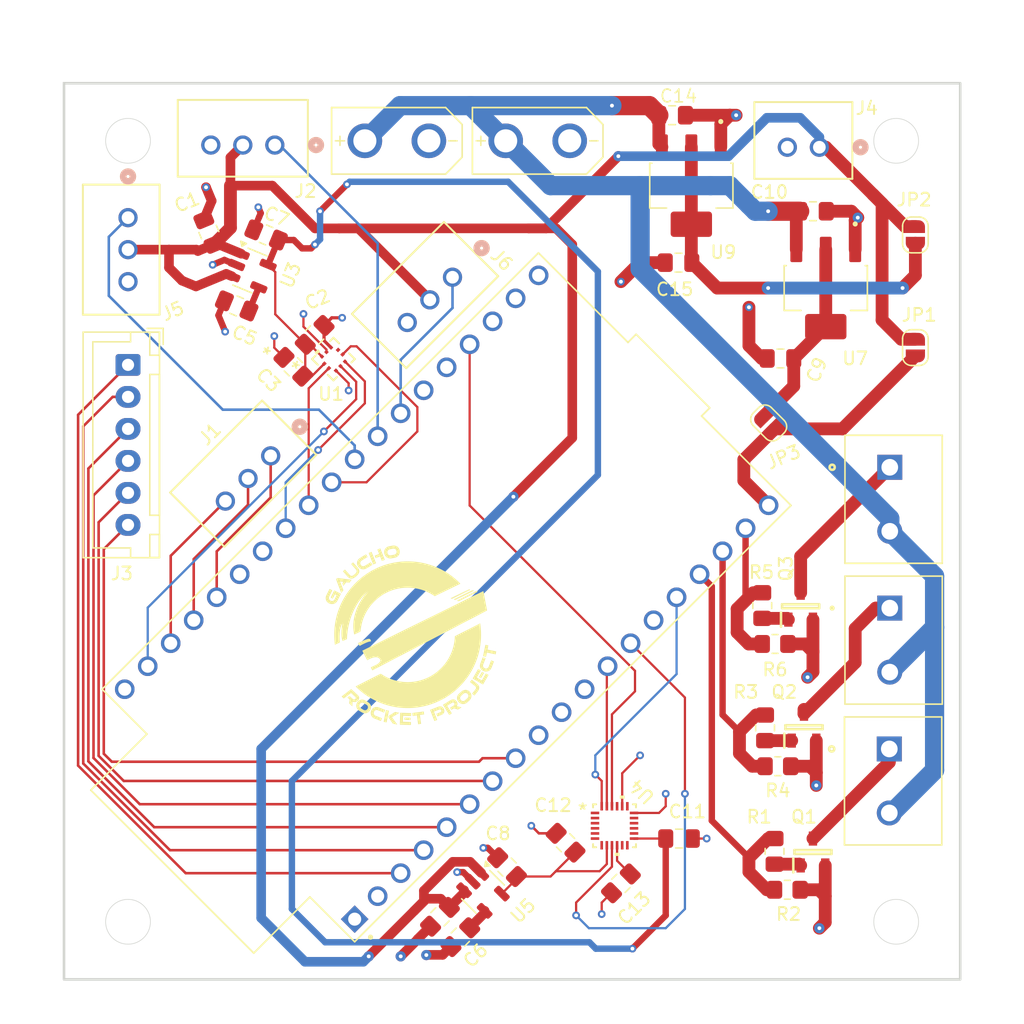
<source format=kicad_pcb>
(kicad_pcb (version 20241229) (generator "pcbnew") (generator_version "9.0")
  (title_block (title "Gaucho Rocket Project V2") (date "2025-04-15"))
  (layers (0 "F.Cu" power) (4 "In1.Cu" signal) (6 "In2.Cu" signal) (2 "B.Cu" mixed) (13 "F.Paste" user) (15 "B.Paste" user) (5 "F.SilkS" user "F.Silkscreen") (7 "B.SilkS" user "B.Silkscreen") (1 "F.Mask" user) (3 "B.Mask" user) (25 "Edge.Cuts" user))
  (net 0 "")
  (net 1 "GND")
  (net 2 "Net-(U4-REGOUT)")
  (net 3 "+5V_b")
  (net 4 "Net-(JP3-A)")
  (net 5 "PYRO_3")
  (net 6 "ICM_MOSI")
  (net 7 "+3.3V_b")
  (net 8 "+5V_a")
  (net 9 "+12V")
  (net 10 "Net-(JP2-A)")
  (net 14 "SERVO_3")
  (net 16 "SERVO_5")
  (net 17 "SERVO_1")
  (net 19 "SERVO_6")
  (net 20 "Net-(P1-Pad1)")
  (net 24 "Net-(P2-Pad1)")
  (net 25 "ICM_CLK")
  (net 26 "SERVO_7")
  (net 27 "SERVO_2")
  (net 28 "PYRO_2")
  (net 29 "+1.8V")
  (net 30 "ICM_MISO")
  (net 31 "BMP_CS")
  (net 32 "ICM_CS")
  (net 33 "PYRO_1")
  (net 34 "SERVO_4")
  (net 35 "BMP_MISO")
  (net 36 "BMP_CLK")
  (net 37 "BMP_MOSI")
  (net 51 "FSYNC")
  (net 52 "BMP_INT")
  (net 53 "ICM_INT")
  (net 54 "Net-(U3-BP)")
  (net 55 "Net-(U5-BP)")
  (net 56 "PYRO_4")
  (net 57 "PYRO_5")
  (net 58 "Net-(P3-Pad1)")
  (net 59 "Net-(Q1-Pad1)")
  (net 60 "Net-(Q2-Pad1)")
  (net 61 "Net-(Q3-Pad1)")
  (net 62 "PYRO_6")
  (net 63 "PYRO_7")
  (net 64 "PYRO_8")
  (footprint "Capacitors:C_0805_2012Metric_Pad1.18x1.45mm_HandSolder" (layer "F.Cu") (at 185.9625 88)
    (property "Reference" "C9")
    (property "Value" "100uF" (hide yes))
  )
  (footprint "B3B:CONN_B3B-XH-A_JST" (layer "F.Cu") (at 146.142393 95.606859 45)
    (property "Reference" "J1")
    (property "Value" "B3B-XH-A")
  )
  (footprint "Resistor:R_0805_2012Metric_Pad1.20x1.40mm_HandSolder" (layer "F.Cu") (at 186.5 129.5)
    (property "Reference" "R2")
    (property "Value" "470" (hide yes))
  )
  (footprint "Capacitors:C_0805_2012Metric_Pad1.18x1.45mm_HandSolder" (layer "F.Cu") (at 147.916091 88.649189 135)
    (property "Reference" "C3")
    (property "Value" "0.1uF")
  )
  (footprint "Resistor:R_0805_2012Metric_Pad1.20x1.40mm_HandSolder" (layer "F.Cu") (at 184.76 116.850001 90)
    (property "Reference" "R3")
    (property "Value" "1k" (hide yes))
  )
  (footprint "LD1117S50CTRlib:LD1117S50CTR" (layer "F.Cu") (at 189.5 82.5 -90)
    (property "Reference" "U7")
    (property "Value" "LD1117S50CTR" (hide yes))
  )
  (footprint "Jumper:SolderJumper-2_P1.3mm_Open_RoundedPad1.0x1.5mm" (layer "F.Cu") (at 185.040381 93.040381 -45)
    (property "Reference" "JP3")
    (property "Value" "Jumper_2_Open" (hide yes))
  )
  (footprint "Package_TO_SOT_SMD:SOT-23-5" (layer "F.Cu") (at 162.723915 129.667417 -45)
    (property "Reference" "U5")
    (property "Value" "TPS79318-EP" (hide yes))
  )
  (footprint "Capacitors:C_0805_2012Metric_Pad1.18x1.45mm_HandSolder" (layer "F.Cu") (at 177.5 69 180)
    (property "Reference" "C14")
    (property "Value" "10uF" (hide yes))
  )
  (footprint "Capacitors:C_0805_2012Metric_Pad1.18x1.45mm_HandSolder" (layer "F.Cu") (at 177.999999 80.514999)
    (property "Reference" "C15")
    (property "Value" "100uF" (hide yes))
  )
  (footprint "Capacitors:C_0805_2012Metric_Pad1.18x1.45mm_HandSolder" (layer "F.Cu") (at 143.487869 83.89514 -22.5)
    (property "Reference" "C5")
    (property "Value" "0.1uF" (hide yes))
  )
  (footprint "ScrewTerminal:CUI_TB002-500-02BE" (layer "F.Cu") (at 194.5 107.5 -90)
    (property "Reference" "P2" (hide yes))
    (property "Value" "282837-2" (hide yes))
  )
  (footprint "Capacitors:C_0805_2012Metric_Pad1.18x1.45mm_HandSolder" (layer "F.Cu") (at 160.956148 133.202948 45)
    (property "Reference" "C6")
    (property "Value" "0.1uF" (hide yes))
  )
  (footprint "Jumper:SolderJumper-2_P1.3mm_Open_RoundedPad1.0x1.5mm" (layer "F.Cu") (at 196.500001 78.349999 90)
    (property "Reference" "JP2")
    (property "Value" "Jumper_2_Open" (hide yes))
  )
  (footprint "Capacitors:C_0805_2012Metric_Pad1.18x1.45mm_HandSolder" (layer "F.Cu") (at 188.5 76.5 180)
    (property "Reference" "C10")
    (property "Value" "10uF" (hide yes))
  )
  (footprint "XTConnectors:XT30UPB-M" (layer "F.Cu") (at 167 71)
    (property "Reference" "U10" (hide yes))
    (property "Value" "XT30UPB-M" (hide yes))
  )
  (footprint "Capacitors:C_0805_2012Metric_Pad1.18x1.45mm_HandSolder" (layer "F.Cu") (at 159.365157 131.611957 45)
    (property "Reference" "C4" (hide yes))
    (property "Value" "0.1uF" (hide yes))
  )
  (footprint "Resistor:R_0805_2012Metric_Pad1.20x1.40mm_HandSolder" (layer "F.Cu") (at 185.5 126.5 90)
    (property "Reference" "R1")
    (property "Value" "1k" (hide yes))
  )
  (footprint "ScrewTerminal:CUI_TB002-500-02BE" (layer "F.Cu") (at 194.5 96.5 -90)
    (property "Reference" "P3" (hide yes))
    (property "Value" "282837-2" (hide yes))
  )
  (footprint "footprints:QFN10_BMP581_BOS" (layer "F.Cu") (at 151.046594 88.046594 45)
    (property "Reference" "U1")
    (property "Value" "BMP581" (hide yes))
  )
  (footprint "B2B-XH-A:CONN_B2B-XH-A_JST" (layer "F.Cu") (at 189 71.5)
    (property "Reference" "J4")
    (property "Value" "B2B-XH-A" (hide yes))
  )
  (footprint "Capacitors:C_0805_2012Metric_Pad1.18x1.45mm_HandSolder" (layer "F.Cu") (at 164.606585 127.731712 -45)
    (property "Reference" "C8")
    (property "Value" "10uF")
  )
  (footprint "Capacitors:C_0805_2012Metric_Pad1.18x1.45mm_HandSolder" (layer "F.Cu") (at 169.175001 125.825001 135)
    (property "Reference" "C12")
    (property "Value" "0.1uF" (hide yes))
  )
  (footprint "FETS:SOT96P240X100-3N" (layer "F.Cu") (at 188.5 126.55 90)
    (property "Reference" "Q1")
    (property "Value" "DMN3023L-7" (hide yes))
    (property "VALUE" "DMN3023L-7" (hide yes))
  )
  (footprint "LD1117S50CTRlib:LD1117S50CTR" (layer "F.Cu") (at 179 74.5 -90)
    (property "Reference" "U9")
    (property "Value" "LD1117S50CTR" (hide yes))
  )
  (footprint "Resistor:R_0805_2012Metric_Pad1.20x1.40mm_HandSolder" (layer "F.Cu") (at 184.54 107.299999 90)
    (property "Reference" "R5")
    (property "Value" "1k" (hide yes))
  )
  (footprint "B3B:CONN_B3B-XH-A_JST" (layer "F.Cu") (at 135 77 90)
    (property "Reference" "J5")
    (property "Value" "B3B-XH-A" (hide yes))
  )
  (footprint "Package_TO_SOT_SMD:SOT-23-5" (layer "F.Cu") (at 144.5244 81.131429 -22.5)
    (property "Reference" "U3")
    (property "Value" "TPS79333-EP" (hide yes))
  )
  (footprint "FETS:SOT96P240X100-3N" (layer "F.Cu") (at 187.8 116.8 90)
    (property "Reference" "Q2")
    (property "Value" "DMN3023L-7" (hide yes))
    (property "VALUE" "DMN3023L-7" (hide yes))
  )
  (footprint "Capacitors:C_0805_2012Metric_Pad1.18x1.45mm_HandSolder" (layer "F.Cu") (at 149.577792 86.156638 45)
    (property "Reference" "C2")
    (property "Value" "0.1uF" (hide yes))
  )
  (footprint "Capacitors:C_0805_2012Metric_Pad1.18x1.45mm_HandSolder" (layer "F.Cu") (at 178.037501 125.5)
    (property "Reference" "C11")
    (property "Value" "0.1uF" (hide yes))
  )
  (footprint "esp32wroom:MODULE_DEVKIT_V1_ESP32-WROOM-32" (layer "F.Cu") (at 159.881083 106.658405 135)
    (property "Reference" "U2" (hide yes))
    (property "Value" "DEVKIT_V1_ESP32-WROOM-32" (hide yes))
  )
  (footprint "Resistor:R_0805_2012Metric_Pad1.20x1.40mm_HandSolder" (layer "F.Cu") (at 185.54 110.299999)
    (property "Reference" "R6")
    (property "Value" "470" (hide yes))
  )
  (footprint "ICM-20948:QFN24_3X3X0P9_IVS" (layer "F.Cu") (at 173 124.5)
    (property "Reference" "U4")
    (property "Value" "ICM-20948" (hide yes))
  )
  (footprint "Capacitors:C_0805_2012Metric_Pad1.18x1.45mm_HandSolder" (layer "F.Cu") (at 141.318104 78.125627 -67.5)
    (property "Reference" "C1")
    (property "Value" "0.1uF" (hide yes))
  )
  (footprint "FETS:SOT96P240X100-3N" (layer "F.Cu") (at 187.54 107.349999 90)
    (property "Reference" "Q3")
    (property "Value" "DMN3023L-7" (hide yes))
    (property "VALUE" "DMN3023L-7" (hide yes))
  )
  (footprint "B3B:CONN_B3B-XH-A_JST" (layer "F.Cu") (at 146.4666 71.329801)
    (property "Reference" "J2")
    (property "Value" "B3B-XH-A" (hide yes))
  )
  (footprint "Connector_JST:JST_XH_B6B-XH-A_1x06_P2.50mm_Vertical" (layer "F.Cu") (at 135 88.5 -90)
    (property "Reference" "J3")
    (property "Value" "B6B-XH-A" (hide yes))
  )
  (footprint "Capacitors:C_0805_2012Metric_Pad1.18x1.45mm_HandSolder" (layer "F.Cu") (at 145.783972 78.351862 -22.5)
    (property "Reference" "C7")
    (property "Value" "10uF" (hide yes))
  )
  (footprint "Jumper:SolderJumper-2_P1.3mm_Open_RoundedPad1.0x1.5mm" (layer "F.Cu") (at 196.500001 87.150001 -90)
    (property "Reference" "JP1")
    (property "Value" "Jumper_2_Open" (hide yes))
  )
  (footprint "ScrewTerminal:CUI_TB002-500-02BE" (layer "F.Cu") (at 194.4625 118.5 -90)
    (property "Reference" "P1" (hide yes))
    (property "Value" "282837-2" (hide yes))
  )
  (footprint "GRPImages:GRPLogo" (layer "F.Cu") (at 157.1 110.3)
    (property "Reference" "G***" (hide yes))
    (property "Value" "LOGO" (hide yes))
  )
  (footprint "Resistor:R_0805_2012Metric_Pad1.20x1.40mm_HandSolder" (layer "F.Cu") (at 185.76 119.850001)
    (property "Reference" "R4")
    (property "Value" "470" (hide yes))
  )
  (footprint "Capacitors:C_0805_2012Metric_Pad1.18x1.45mm_HandSolder" (layer "F.Cu") (at 173.500001 129 -135)
    (property "Reference" "C13")
    (property "Value" "0.1uF" (hide yes))
  )
  (footprint "XTConnectors:XT30UPB-M" (layer "F.Cu") (at 156 71)
    (property "Reference" "U8" (hide yes))
    (property "Value" "XT30UPB-M" (hide yes))
  )
  (footprint "NewJST:CONN_B3B-XH-A_JST" (layer "F.Cu") (at 160.345222 81.654028 45)
    (property "Reference" "J6")
    (property "Value" "B3B-XH-A")
  )
  (gr_circle (center 195 132) (end 196.75 132) (stroke (width 0.05)) (fill no) (layer "Edge.Cuts"))
  (gr_rect (start 130 66.5) (end 200 136.5) (stroke (width 0.2)) (fill no) (layer "Edge.Cuts"))
  (gr_circle (center 195 71) (end 196.75 71) (stroke (width 0.05)) (fill no) (layer "Edge.Cuts"))
  (gr_circle (center 135 132) (end 136.75 132) (stroke (width 0.05)) (fill no) (layer "Edge.Cuts"))
  (gr_circle (center 135 71) (end 136.75 71) (stroke (width 0.05)) (fill no) (layer "Edge.Cuts"))
  (segment (start 188.5 112.48) (end 188.08 112.9) (width 1) (layer "F.Cu") (net 1))
  (segment (start 152.231775 90.5) (end 152.231775 90.609079) (width 0.175) (layer "F.Cu") (net 1))
  (segment (start 158.3 134.6) (end 158.314818 134.585182) (width 0.75) (layer "F.Cu") (net 1))
  (segment (start 167.091378 125.091377) (end 166.500001 124.500001) (width 0.2) (layer "F.Cu") (net 1))
  (segment (start 191.800001 77.199999) (end 192 77) (width 1) (layer "F.Cu") (net 1))
  (segment (start 142.06056 84.629857) (end 142.529349 83.498105) (width 0.5) (layer "F.Cu") (net 1))
  (segment (start 191.800001 79.484998) (end 191.800001 77.199999) (width 1) (layer "F.Cu") (net 1))
  (segment (start 189.46 130) (end 189.46 132.04) (width 1) (layer "F.Cu") (net 1))
  (segment (start 178.5375 69) (end 182 69) (width 1) (layer "F.Cu") (net 1))
  (segment (start 145.366644 76.648263) (end 145.175302 76.186325) (width 0.5) (layer "F.Cu") (net 1))
  (segment (start 157.623916 133.376084) (end 157.623916 133.353204) (width 0.75) (layer "F.Cu") (net 1))
  (segment (start 188.76 117.850001) (end 188.76 120.350001) (width 1) (layer "F.Cu") (net 1))
  (segment (start 181.300001 69.699999) (end 182 69) (width 1) (layer "F.Cu") (net 1))
  (segment (start 188.5 110.9) (end 188.5 112.48) (width 1) (layer "F.Cu") (net 1))
  (segment (start 150.853552 87.146447) (end 150.311415 86.60431) (width 0.25) (layer "F.Cu") (net 1))
  (segment (start 141.094532 74.629459) (end 141.091546 74.622249) (width 0.75) (layer "F.Cu") (net 1))
  (segment (start 151.239635 88.946741) (end 152.231775 89.93888) (width 0.175) (layer "F.Cu") (net 1))
  (segment (start 172.766378 129.733622) (end 172.000001 130.5) (width 0.175) (layer "F.Cu") (net 1))
  (segment (start 148.702748 84.521454) (end 148.702748 85.511403) (width 0.175) (layer "F.Cu") (net 1))
  (segment (start 184.5 88) (end 184.925 88) (width 1) (layer "F.Cu") (net 1))
  (segment (start 172.000001 131.400001) (end 172.000001 131.5) (width 0.175) (layer "F.Cu") (net 1))
  (segment (start 158.314818 134.585182) (end 159.573915 134.585182) (width 0.75) (layer "F.Cu") (net 1))
  (segment (start 181.300001 71.484998) (end 181.300001 69.699999) (width 1) (layer "F.Cu") (net 1))
  (segment (start 142.588226 85.903759) (end 142.06056 84.629857) (width 0.5) (layer "F.Cu") (net 1))
  (segment (start 173.599999 122.976) (end 173.599999 120.400001) (width 0.175) (layer "F.Cu") (net 1))
  (segment (start 147.182467 87.915567) (end 146.424374 87.157469) (width 0.175) (layer "F.Cu") (net 1))
  (segment (start 188.5 108.4) (end 188.5 110.9) (width 1) (layer "F.Cu") (net 1))
  (segment (start 163.872962 126.998088) (end 163.104164 126.229292) (width 0.5) (layer "F.Cu") (net 1))
  (segment (start 176.475002 123.5) (end 177 122.975002) (width 0.175) (layer "F.Cu") (net 1))
  (segment (start 186.54 110.299999) (end 187.899999 110.299999) (width 1) (layer "F.Cu") (net 1))
  (segment (start 163.104164 126.229292) (end 162.747829 126.22929) (width 0.5) (layer "F.Cu") (net 1))
  (segment (start 182 69) (end 182.5 69) (width 1) (layer "F.Cu") (net 1))
  (segment (start 175.514999 80.514999) (end 174.985001 80.514999) (width 1) (layer "F.Cu") (net 1))
  (segment (start 150.912456 84.821974) (end 151.725629 84.821974) (width 0.25) (layer "F.Cu") (net 1))
  (segment (start 159.573915 134.585182) (end 160.222524 133.936573) (width 0.75) (layer "F.Cu") (net 1))
  (segment (start 189.46 132.04) (end 189 132.5) (width 1) (layer "F.Cu") (net 1))
  (segment (start 188.76 120.350001) (end 188.76 121.350001) (width 1) (layer "F.Cu") (net 1))
  (segment (start 150.499999 87.308655) (end 150.499999 87.5) (width 0.175) (layer "F.Cu") (net 1))
  (segment (start 140.921071 77.167103) (end 141.533366 75.688895) (width 0.75) (layer "F.Cu") (net 1))
  (segment (start 150.311415 86.60431) (end 150.311415 85.423015) (width 0.25) (layer "F.Cu") (net 1))
  (segment (start 183.5 84) (end 183.5 87) (width 1) (layer "F.Cu") (net 1))
  (segment (start 160.706499 128.122601) (end 161.179102 128.122601) (width 0.5) (layer "F.Cu") (net 1))
  (segment (start 157.623916 133.353204) (end 158.631535 132.345584) (width 0.75) (layer "F.Cu") (net 1))
  (segment (start 176.962499 80.514999) (end 175.514999 80.514999) (width 1) (layer "F.Cu") (net 1))
  (segment (start 142.526513 80.303874) (end 143.473487 80.696126) (width 0.5) (layer "F.Cu") (net 1))
  (segment (start 187.5 129.5) (end 188.96 129.5) (width 1) (layer "F.Cu") (net 1))
  (segment (start 188.26 119.850001) (end 188.76 120.350001) (width 1) (layer "F.Cu") (net 1))
  (segment (start 186.76 119.850001) (end 188.26 119.850001) (width 1) (layer "F.Cu") (net 1))
  (segment (start 173.599999 120.400001) (end 175 119) (width 0.175) (layer "F.Cu") (net 1))
  (segment (start 141.611915 80.682712) (end 142.526513 80.303874) (width 0.5) (layer "F.Cu") (net 1))
  (segment (start 144.825449 77.954825) (end 145.236829 76.961655) (width 0.5) (layer "F.Cu") (net 1))
  (segment (start 179.075001 125.5) (end 180.200001 125.5) (width 0.175) (layer "F.Cu") (net 1))
  (segment (start 141.533366 75.688895) (end 141.094532 74.629459) (width 0.75) (layer "F.Cu") (net 1))
  (segment (start 188.96 129.5) (end 189.46 130) (width 1) (layer "F.Cu") (net 1))
  (segment (start 183.5 87) (end 184.5 88) (width 1) (layer "F.Cu") (net 1))
  (segment (start 148.702748 85.511403) (end 150.499999 87.308655) (width 0.175) (layer "F.Cu") (net 1))
  (segment (start 152.231775 89.93888) (end 152.231775 90.5) (width 0.175) (layer "F.Cu") (net 1))
  (segment (start 156.3 134.7) (end 157.623916 133.376084) (width 0.75) (layer "F.Cu") (net 1))
  (segment (start 145.236829 76.961655) (end 145.366644 76.648263) (width 0.5) (layer "F.Cu") (net 1))
  (segment (start 172.000001 130.5) (end 172.000001 131.400001) (width 0.175) (layer "F.Cu") (net 1))
  (segment (start 191.5 76.5) (end 192 77) (width 1) (layer "F.Cu") (net 1))
  (segment (start 146.424374 87.157469) (end 146.424375 86.251819) (width 0.175) (layer "F.Cu") (net 1))
  (segment (start 168.441378 125.091377) (end 167.091378 125.091377) (width 0.2) (layer "F.Cu") (net 1))
  (segment (start 161.179102 128.122601) (end 161.919581 128.86308) (width 0.5) (layer "F.Cu") (net 1))
  (segment (start 176.475002 123.5) (end 174.524001 123.5) (width 0.175) (layer "F.Cu") (net 1))
  (segment (start 189.46 127.600001) (end 189.46 130) (width 1) (layer "F.Cu") (net 1))
  (segment (start 177 122.975002) (end 177 122) (width 0.175) (layer "F.Cu") (net 1))
  (segment (start 174.985001 80.514999) (end 173.5 82) (width 1) (layer "F.Cu") (net 1))
  (segment (start 189.5375 76.5) (end 191.5 76.5) (width 1) (layer "F.Cu") (net 1))
  (segment (start 150.311415 85.423015) (end 150.912456 84.821974) (width 0.25) (layer "F.Cu") (net 1))
  (segment (start 187.899999 110.299999) (end 188.5 110.9) (width 1) (layer "F.Cu") (net 1))
  (via (at 145.175302 76.186325) (size 0.6) (drill 0.3) (layers "F.Cu" "B.Cu") (net 1))
  (via (at 189 132.5) (size 0.8) (drill 0.3) (layers "F.Cu" "B.Cu") (net 1))
  (via (at 152.231775 90.5) (size 0.6) (drill 0.3) (layers "F.Cu" "B.Cu") (net 1))
  (via (at 188.08 112.9) (size 0.8) (drill 0.3) (layers "F.Cu" "B.Cu") (net 1))
  (via (at 162.747829 126.22929) (size 0.6) (drill 0.3) (layers "F.Cu" "B.Cu") (net 1))
  (via (at 146.424375 86.251819) (size 0.6) (drill 0.3) (layers "F.Cu" "B.Cu") (net 1))
  (via (at 188.76 121.350001) (size 0.8) (drill 0.3) (layers "F.Cu" "B.Cu") (net 1))
  (via (at 180.200001 125.5) (size 0.6) (drill 0.3) (layers "F.Cu" "B.Cu") (net 1))
  (via (at 141.611915 80.682712) (size 0.6) (drill 0.3) (layers "F.Cu" "B.Cu") (net 1))
  (via (at 160.706499 128.122601) (size 0.6) (drill 0.3) (layers "F.Cu" "B.Cu") (net 1))
  (via (at 151.725629 84.821974) (size 0.6) (drill 0.3) (layers "F.Cu" "B.Cu") (net 1))
  (via (at 142.588226 85.903759) (size 0.6) (drill 0.3) (layers "F.Cu" "B.Cu") (net 1))
  (via (at 177 122) (size 0.6) (drill 0.3) (layers "F.Cu" "B.Cu") (net 1))
  (via (at 183.5 84) (size 0.6) (drill 0.3) (layers "F.Cu" "B.Cu") (net 1))
  (via (at 158.3 134.6) (size 0.8) (drill 0.3) (layers "F.Cu" "B.Cu") (net 1))
  (via (at 172.000001 131.400001) (size 0.6) (drill 0.3) (layers "F.Cu" "B.Cu") (net 1))
  (via (at 182.5 69) (size 0.8) (drill 0.3) (layers "F.Cu" "B.Cu") (net 1))
  (via (at 173.5 82) (size 0.6) (drill 0.3) (layers "F.Cu" "B.Cu") (net 1))
  (via (at 175 119) (size 0.6) (drill 0.3) (layers "F.Cu" "B.Cu") (net 1))
  (via (at 148.702748 84.521454) (size 0.6) (drill 0.3) (layers "F.Cu" "B.Cu") (net 1))
  (via (at 192 77) (size 0.8) (drill 0.3) (layers "F.Cu" "B.Cu") (net 1))
  (via (at 166.500001 124.500001) (size 0.6) (drill 0.3) (layers "F.Cu" "B.Cu") (net 1))
  (via (at 156.3 134.7) (size 0.8) (drill 0.3) (layers "F.Cu" "B.Cu") (net 1))
  (via (at 141.094532 74.629459) (size 0.6) (drill 0.3) (layers "F.Cu" "B.Cu") (net 1))
  (segment (start 173.200001 127.232754) (end 174.233624 128.266377) (width 0.175) (layer "F.Cu") (net 2))
  (segment (start 173.200001 126.024) (end 173.200001 127.232754) (width 0.175) (layer "F.Cu") (net 2))
  (segment (start 158.3 130.2) (end 159.420446 130.2) (width 0.75) (layer "F.Cu") (net 3))
  (segment (start 139.216039 81.920034) (end 140.306216 82.3716) (width 0.75) (layer "F.Cu") (net 3))
  (segment (start 140.306216 82.3716) (end 142.671091 81.392033) (width 0.75) (layer "F.Cu") (net 3))
  (segment (start 189.5 71.5) (end 189 71.5) (width 1) (layer "F.Cu") (net 3))
  (segment (start 143.10994 81.573807) (end 142.671091 81.392033) (width 0.75) (layer "F.Cu") (net 3))
  (segment (start 195.4 86.5) (end 193.9 85) (width 1) (layer "F.Cu") (net 3))
  (segment (start 141.889724 79.011835) (end 143.837033 79.818439) (width 0.75) (layer "F.Cu") (net 3))
  (segment (start 143 74.5) (end 143 72.296401) (width 0.75) (layer "F.Cu") (net 3))
  (segment (start 141.715138 79.084152) (end 143 77.79929) (width 1) (layer "F.Cu") (net 3))
  (segment (start 140.452506 79.607154) (end 140.345352 79.5) (width 0.75) (layer "F.Cu") (net 3))
  (segment (start 143 77.79929) (end 143 74.5) (width 1) (layer "F.Cu") (net 3))
  (segment (start 196.5 86.5) (end 195.4 86.5) (width 1) (layer "F.Cu") (net 3))
  (segment (start 167.661875 77.838125) (end 166.3 77.838125) (width 0.75) (layer "F.Cu") (net 3))
  (segment (start 138.2 79.5) (end 135 79.5) (width 0.75) (layer "F.Cu") (net 3))
  (segment (start 193.9 75.9) (end 193.2 75.2) (width 1) (layer "F.Cu") (net 3))
  (segment (start 151.5 77.838125) (end 152.993785 77.838125) (width 0.75) (layer "F.Cu") (net 3))
  (segment (start 193.9 85) (end 193.9 75.9) (width 1) (layer "F.Cu") (net 3))
  (segment (start 161.247829 129.72929) (end 161.247831 129.534834) (width 0.75) (layer "F.Cu") (net 3))
  (segment (start 143 74.5) (end 146.267767 74.5) (width 0.75) (layer "F.Cu") (net 3))
  (segment (start 196.500002 77.699998) (end 195.699998 77.699998) (width 1) (layer "F.Cu") (net 3))
  (segment (start 138.2 80.903995) (end 139.216039 81.920034) (width 0.75) (layer "F.Cu") (net 3))
  (segment (start 158.111357 130.388643) (end 158.111357 129.577886) (width 0.75) (layer "F.Cu") (net 3))
  (segment (start 161.716601 127.316601) (end 162.591332 128.191332) (width 0.75) (layer "F.Cu") (net 3))
  (segment (start 160.372642 127.316601) (end 161.716601 127.316601) (width 0.75) (layer "F.Cu") (net 3))
  (segment (start 168.438125 77.838125) (end 169.7 79.1) (width 0.75) (layer "F.Cu") (net 3))
  (segment (start 193.2 75.2) (end 189.5 71.5) (width 1) (layer "F.Cu") (net 3))
  (segment (start 169.7 94.2) (end 165.1 98.8) (width 0.75) (layer "F.Cu") (net 3))
  (segment (start 138.2 79.5) (end 138.2 80.903995) (width 0.75) (layer "F.Cu") (net 3))
  (segment (start 158.111357 129.577886) (end 160.372642 127.316601) (width 0.75) (layer "F.Cu") (net 3))
  (segment (start 169.7 79.1) (end 169.7 94.2) (width 0.75) (layer "F.Cu") (net 3))
  (segment (start 159.420446 130.2) (end 160.09878 130.878334) (width 0.75) (layer "F.Cu") (net 3))
  (segment (start 140.345352 79.5) (end 138.2 79.5) (width 0.75) (layer "F.Cu") (net 3))
  (segment (start 160.098782 130.878336) (end 161.247829 129.72929) (width 0.75) (layer "F.Cu") (net 3))
  (segment (start 149.605892 77.838125) (end 151.5 77.838125) (width 0.75) (layer "F.Cu") (net 3))
  (segment (start 173.3 72.2) (end 167.661875 77.838125) (width 0.75) (layer "F.Cu") (net 3))
  (segment (start 153.8 134.7) (end 157.35 131.15) (width 0.75) (layer "F.Cu") (net 3))
  (segment (start 157.35 131.15) (end 158.3 130.2) (width 0.75) (layer "F.Cu") (net 3))
  (segment (start 143 72.296401) (end 143.9666 71.329801) (width 0.75) (layer "F.Cu") (net 3))
  (segment (start 195.699998 77.699998) (end 193.2 75.2) (width 1) (layer "F.Cu") (net 3))
  (segment (start 151.5 77.838125) (end 166.3 77.838125) (width 0.75) (layer "F.Cu") (net 3))
  (segment (start 166.3 77.838125) (end 168.438125 77.838125) (width 0.75) (layer "F.Cu") (net 3))
  (segment (start 146.267767 74.5) (end 149.605892 77.838125) (width 0.75) (layer "F.Cu") (net 3))
  (segment (start 152.993785 77.838125) (end 158.577455 83.421795) (width 0.75) (layer "F.Cu") (net 3))
  (segment (start 157.35 131.15) (end 158.111357 130.388643) (width 0.75) (layer "F.Cu") (net 3))
  (segment (start 140.452506 79.607154) (end 141.889724 79.011835) (width 0.75) (layer "F.Cu") (net 3))
  (via (at 153.8 134.7) (size 0.8) (drill 0.3) (layers "F.Cu" "B.Cu") (net 3))
  (via (at 165.1 98.8) (size 0.8) (drill 0.3) (layers "F.Cu" "B.Cu") (net 3))
  (via (at 173.3 72.2) (size 0.8) (drill 0.3) (layers "F.Cu" "B.Cu") (net 3))
  (segment (start 184.9 69.2) (end 187.5 69.2) (width 0.75) (layer "B.Cu") (net 3))
  (segment (start 145.4 131.7) (end 145.4 118.5) (width 0.75) (layer "B.Cu") (net 3))
  (segment (start 148.824 135.124) (end 145.4 131.7) (width 0.75) (layer "B.Cu") (net 3))
  (segment (start 181.9 72.2) (end 184.9 69.2) (width 0.75) (layer "B.Cu") (net 3))
  (segment (start 145.4 118.5) (end 165.1 98.8) (width 0.75) (layer "B.Cu") (net 3))
  (segment (start 187.5 69.2) (end 189 70.7) (width 0.75) (layer "B.Cu") (net 3))
  (segment (start 153.8 134.7) (end 153.376 135.124) (width 0.75) (layer "B.Cu") (net 3))
  (segment (start 153.376 135.124) (end 148.824 135.124) (width 0.75) (layer "B.Cu") (net 3))
  (segment (start 173.3 72.2) (end 181.9 72.2) (width 0.75) (layer "B.Cu") (net 3))
  (segment (start 189 70.7) (end 189 71.5) (width 0.75) (layer "B.Cu") (net 3))
  (segment (start 184.580762 92.580762) (end 187 90.161524) (width 1) (layer "F.Cu") (net 4))
  (segment (start 187.015 88) (end 189.5 85.515) (width 1) (layer "F.Cu") (net 4))
  (segment (start 187 90.161524) (end 187 88) (width 1) (layer "F.Cu") (net 4))
  (segment (start 187 88) (end 187.015 88) (width 1) (layer "F.Cu") (net 4))
  (segment (start 189.5 85.515) (end 189.5 79.485) (width 1) (layer "F.Cu") (net 4))
  (segment (start 138.335539 103.413713) (end 142.606859 99.142393) (width 0.2) (layer "F.Cu") (net 5))
  (segment (start 138.335539 110.243436) (end 138.335539 103.413713) (width 0.2) (layer "F.Cu") (net 5))
  (segment (start 171.999999 122.976) (end 171.999999 120.999999) (width 0.175) (layer "F.Cu") (net 6))
  (segment (start 171.999999 120.999999) (end 171.5 120.5) (width 0.175) (layer "F.Cu") (net 6))
  (via (at 171.5 120.5) (size 0.6) (drill 0.3) (layers "F.Cu" "B.Cu") (net 6))
  (segment (start 171.5 119) (end 177.848666 112.651334) (width 0.175) (layer "B.Cu") (net 6))
  (segment (start 177.848666 112.651334) (end 177.848666 106.651334) (width 0.175) (layer "B.Cu") (net 6))
  (segment (start 171.5 120.5) (end 171.5 119) (width 0.175) (layer "B.Cu") (net 6))
  (segment (start 148.596681 86.890261) (end 148.844169 86.890261) (width 0.5) (layer "F.Cu") (net 7))
  (segment (start 150.332203 88.407431) (end 149.356821 89.382813) (width 0.175) (layer "F.Cu") (net 7))
  (segment (start 174.524002 125.5) (end 174.524001 125.500002) (width 0.175) (layer "F.Cu") (net 7))
  (segment (start 148.6 79.4) (end 149.3 79.4) (width 0.5) (layer "F.Cu") (net 7))
  (segment (start 148.649715 89.453523) (end 148.649715 89.382813) (width 0.5) (layer "F.Cu") (net 7))
  (segment (start 174.4 134.1) (end 177.000001 131.499999) (width 0.5) (layer "F.Cu") (net 7))
  (segment (start 177.000001 131.499999) (end 177.000001 125.5) (width 0.5) (layer "F.Cu") (net 7))
  (segment (start 146.5 81.250183) (end 145.938863 80.689046) (width 0.175) (layer "F.Cu") (net 7))
  (segment (start 146.742497 78.748894) (end 145.938862 80.689043) (width 0.5) (layer "F.Cu") (net 7))
  (segment (start 149.3 79.4) (end 149.6 79.1) (width 0.5) (layer "F.Cu") (net 7))
  (segment (start 147.948896 78.748896) (end 148.6 79.4) (width 0.5) (layer "F.Cu") (net 7))
  (segment (start 148.649715 89.382813) (end 148.844169 89.188358) (width 0.175) (layer "F.Cu") (net 7))
  (segment (start 149.183156 86.890261) (end 148.844169 86.890261) (width 0.175) (layer "F.Cu") (net 7))
  (segment (start 146.742497 78.748896) (end 147.948896 78.748896) (width 0.5) (layer "F.Cu") (net 7))
  (segment (start 148.844169 89.188358) (end 148.844169 86.890261) (width 0.175) (layer "F.Cu") (net 7))
  (segment (start 152.1 74.4) (end 150 76.5) (width 0.5) (layer "F.Cu") (net 7))
  (segment (start 146.5 84.546092) (end 146.5 81.250183) (width 0.175) (layer "F.Cu") (net 7))
  (segment (start 149.356821 89.382813) (end 148.649715 89.382813) (width 0.175) (layer "F.Cu") (net 7))
  (segment (start 148.844169 86.890261) (end 146.5 84.546092) (width 0.175) (layer "F.Cu") (net 7))
  (segment (start 150.146447 87.853552) (end 149.183156 86.890261) (width 0.175) (layer "F.Cu") (net 7))
  (segment (start 177.000001 125.499999) (end 174.524002 125.5) (width 0.175) (layer "F.Cu") (net 7))
  (via (at 152.1 74.4) (size 0.6) (drill 0.3) (layers "F.Cu" "B.Cu") (net 7))
  (via (at 174.4 134.1) (size 0.6) (drill 0.3) (layers "F.Cu" "B.Cu") (net 7))
  (via (at 150 76.5) (size 0.6) (drill 0.3) (layers "F.Cu" "B.Cu") (net 7))
  (via (at 149.6 79.1) (size 0.6) (drill 0.3) (layers "F.Cu" "B.Cu") (net 7))
  (segment (start 152.1 74.4) (end 152.3 74.2) (width 0.5) (layer "B.Cu") (net 7))
  (segment (start 149.6 79.1) (end 150 78.7) (width 0.5) (layer "B.Cu") (net 7))
  (segment (start 152.3 74.2) (end 164.691364 74.2) (width 0.5) (layer "B.Cu") (net 7))
  (segment (start 147.8 131) (end 150.4 133.6) (width 0.5) (layer "B.Cu") (net 7))
  (segment (start 171.537925 134.1) (end 174.4 134.1) (width 0.5) (layer "B.Cu") (net 7))
  (segment (start 150 78.7) (end 150 76.5) (width 0.5) (layer "B.Cu") (net 7))
  (segment (start 147.8 121) (end 147.8 131) (width 0.5) (layer "B.Cu") (net 7))
  (segment (start 171.701 81.209636) (end 171.701 97.099) (width 0.5) (layer "B.Cu") (net 7))
  (segment (start 150.4 133.6) (end 171.037925 133.6) (width 0.5) (layer "B.Cu") (net 7))
  (segment (start 164.691364 74.2) (end 171.701 81.209636) (width 0.5) (layer "B.Cu") (net 7))
  (segment (start 171.037925 133.6) (end 171.537925 134.1) (width 0.5) (layer "B.Cu") (net 7))
  (segment (start 171.701 97.099) (end 147.8 121) (width 0.5) (layer "B.Cu") (net 7))
  (segment (start 185.5 93.5) (end 183.1 95.9) (width 1) (layer "F.Cu") (net 8))
  (segment (start 183.1 97.534258) (end 185.032871 99.467129) (width 1) (layer "F.Cu") (net 8))
  (segment (start 190.800004 93.5) (end 185.5 93.5) (width 1) (layer "F.Cu") (net 8))
  (segment (start 196.500002 87.800002) (end 190.800004 93.5) (width 1) (layer "F.Cu") (net 8))
  (segment (start 183.1 95.9) (end 183.1 97.534258) (width 1) (layer "F.Cu") (net 8))
  (segment (start 176.4625 69) (end 176.4625 71.247499) (width 1) (layer "F.Cu") (net 9))
  (segment (start 172.8 68.251) (end 175.7135 68.251) (width 1.5) (layer "F.Cu") (net 9))
  (segment (start 175.7135 68.251) (end 176.4625 69) (width 1.5) (layer "F.Cu") (net 9))
  (segment (start 176.4625 71.247499) (end 176.700001 71.485) (width 1) (layer "F.Cu") (net 9))
  (segment (start 185 76.5) (end 187.4625 76.5) (width 1.5) (layer "F.Cu") (net 9))
  (segment (start 187.200001 76.762499) (end 187.4625 76.5) (width 1) (layer "F.Cu") (net 9))
  (segment (start 187.200001 79.485) (end 187.200001 76.762499) (width 1) (layer "F.Cu") (net 9))
  (via (at 185 76.5) (size 0.8) (drill 0.3) (layers "F.Cu" "B.Cu") (net 9))
  (via (at 172.8 68.251) (size 0.8) (drill 0.3) (layers "F.Cu" "B.Cu") (net 9))
  (segment (start 161.751 68.251) (end 164.5 71) (width 1.5) (layer "B.Cu") (net 9))
  (segment (start 198 120.1625) (end 194.6625 123.5) (width 1.5) (layer "B.Cu") (net 9))
  (segment (start 168 74.5) (end 175 74.5) (width 1.5) (layer "B.Cu") (net 9))
  (segment (start 175 74.5) (end 175 81) (width 1.5) (layer "B.Cu") (net 9))
  (segment (start 198 109) (end 198 120.1625) (width 1.5) (layer "B.Cu") (net 9))
  (segment (start 184 76.5) (end 185 76.5) (width 1.5) (layer "B.Cu") (net 9))
  (segment (start 198 109) (end 194.5 112.5) (width 1.5) (layer "B.Cu") (net 9))
  (segment (start 182 74.5) (end 183.5 76) (width 1.5) (layer "B.Cu") (net 9))
  (segment (start 194.5 101.5) (end 198 105) (width 1.5) (layer "B.Cu") (net 9))
  (segment (start 164.5 71) (end 168 74.5) (width 1.5) (layer "B.Cu") (net 9))
  (segment (start 180.5 74.5) (end 182 74.5) (width 1.5) (layer "B.Cu") (net 9))
  (segment (start 198 105) (end 198 109) (width 1.5) (layer "B.Cu") (net 9))
  (segment (start 194.5 100.5) (end 194.5 101.5) (width 1.5) (layer "B.Cu") (net 9))
  (segment (start 161.751 68.251) (end 172.8 68.251) (width 1.5) (layer "B.Cu") (net 9))
  (segment (start 183.5 76) (end 184 76.5) (width 1.5) (layer "B.Cu") (net 9))
  (segment (start 175 81) (end 194.5 100.5) (width 1.5) (layer "B.Cu") (net 9))
  (segment (start 175 74.5) (end 180.5 74.5) (width 1.5) (layer "B.Cu") (net 9))
  (segment (start 153.5 71) (end 156.249 68.251) (width 1.5) (layer "B.Cu") (net 9))
  (segment (start 156.249 68.251) (end 161.751 68.251) (width 1.5) (layer "B.Cu") (net 9))
  (segment (start 179 80.4775) (end 179.0375 80.515) (width 1) (layer "F.Cu") (net 10))
  (segment (start 185 82.5) (end 181.0225 82.5) (width 1) (layer "F.Cu") (net 10))
  (segment (start 179 77.515) (end 179 80.4775) (width 1) (layer "F.Cu") (net 10))
  (segment (start 181.0225 82.5) (end 179.037499 80.514999) (width 1) (layer "F.Cu") (net 10))
  (segment (start 179 77.515) (end 179 71.485) (width 1) (layer "F.Cu") (net 10))
  (segment (start 196.5 79) (end 196.5 81.5) (width 1) (layer "F.Cu") (net 10))
  (segment (start 179.037499 80.514999) (end 179.037499 80.537499) (width 1) (layer "F.Cu") (net 10))
  (segment (start 196.5 81.5) (end 195.5 82.5) (width 1) (layer "F.Cu") (net 10))
  (via (at 185 82.5) (size 0.8) (drill 0.3) (layers "F.Cu" "B.Cu") (net 10))
  (via (at 195.5 82.5) (size 0.8) (drill 0.3) (layers "F.Cu" "B.Cu") (net 10))
  (segment (start 195.5 82.5) (end 185 82.5) (width 1) (layer "B.Cu") (net 10))
  (segment (start 131.903 96.597) (end 135 93.5) (width 0.2) (layer "F.Cu") (net 14))
  (segment (start 131.903 119.4688) (end 131.903 96.597) (width 0.2) (layer "F.Cu") (net 14))
  (segment (start 159.888154 124.611846) (end 137.046046 124.611846) (width 0.2) (layer "F.Cu") (net 14))
  (segment (start 137.046046 124.611846) (end 131.903 119.4688) (width 0.2) (layer "F.Cu") (net 14))
  (segment (start 146.5 71) (end 154.5 79) (width 0.2) (layer "B.Cu") (net 16))
  (segment (start 154.5 79) (end 154.5 94.078975) (width 0.2) (layer "B.Cu") (net 16))
  (segment (start 139.503949 128.203949) (end 131.101 119.801) (width 0.2) (layer "F.Cu") (net 17))
  (segment (start 156.296052 128.203949) (end 139.503949 128.203949) (width 0.2) (layer "F.Cu") (net 17))
  (segment (start 131.101 92.399) (end 135 88.5) (width 0.2) (layer "F.Cu") (net 17))
  (segment (start 131.101 119.801) (end 131.101 92.399) (width 0.2) (layer "F.Cu") (net 17))
  (segment (start 135 77) (end 133.5 78.5) (width 0.2) (layer "B.Cu") (net 19))
  (segment (start 133.5 78.5) (end 133.5 83.1) (width 0.2) (layer "B.Cu") (net 19))
  (segment (start 142.4 92) (end 149.910795 92) (width 0.2) (layer "B.Cu") (net 19))
  (segment (start 149.910795 92) (end 152.703949 94.793154) (width 0.2) (layer "B.Cu") (net 19))
  (segment (start 133.5 83.1) (end 142.4 92) (width 0.2) (layer "B.Cu") (net 19))
  (segment (start 152.703949 94.793154) (end 152.703949 95.875027) (width 0.2) (layer "B.Cu") (net 19))
  (segment (start 188.5 125.5) (end 194.4625 119.5375) (width 1) (layer "F.Cu") (net 20))
  (segment (start 194.4625 119.5375) (end 194.4625 118.5) (width 1) (layer "F.Cu") (net 20))
  (segment (start 193.4 107.5) (end 194.5 107.5) (width 1) (layer "F.Cu") (net 24))
  (segment (start 191.8 109.1) (end 193.4 107.5) (width 1) (layer "F.Cu") (net 24))
  (segment (start 187.8 115.75) (end 187.8 115.410001) (width 1) (layer "F.Cu") (net 24))
  (segment (start 187.8 115.75) (end 191.8 111.75) (width 1) (layer "F.Cu") (net 24))
  (segment (start 191.8 111.75) (end 191.8 109.1) (width 1) (layer "F.Cu") (net 24))
  (segment (start 172.400001 122.976) (end 172.400001 112.1) (width 0.175) (layer "F.Cu") (net 25))
  (segment (start 172.400001 112.1) (end 172.460513 112.039488) (width 0.175) (layer "F.Cu") (net 25))
  (segment (start 156.296052 88.103948) (end 160.345222 84.054778) (width 0.2) (layer "B.Cu") (net 26))
  (segment (start 156.296052 92.282924) (end 156.296052 88.103948) (width 0.2) (layer "B.Cu") (net 26))
  (segment (start 160.345222 84.054778) (end 160.345222 81.654028) (width 0.2) (layer "B.Cu") (net 26))
  (segment (start 158.092103 126.407897) (end 138.274997 126.407897) (width 0.2) (layer "F.Cu") (net 27))
  (segment (start 131.502 93.298) (end 133.8 91) (width 0.2) (layer "F.Cu") (net 27))
  (segment (start 138.274997 126.407897) (end 131.502 119.6349) (width 0.2) (layer "F.Cu") (net 27))
  (segment (start 131.502 119.6349) (end 131.502 93.298) (width 0.2) (layer "F.Cu") (net 27))
  (segment (start 133.8 91) (end 135 91) (width 0.2) (layer "F.Cu") (net 27))
  (segment (start 140.131591 108.447385) (end 140.131591 103.668409) (width 0.2) (layer "F.Cu") (net 28))
  (segment (start 144.374626 99.425374) (end 144.374626 97.374626) (width 0.2) (layer "F.Cu") (net 28))
  (segment (start 140.131591 103.668409) (end 144.374626 99.425374) (width 0.2) (layer "F.Cu") (net 28))
  (segment (start 168.417248 128.05) (end 169.908624 126.558624) (width 0.175) (layer "F.Cu") (net 29))
  (segment (start 164.200001 129.800001) (end 165.34021 128.659788) (width 0.175) (layer "F.Cu") (net 29))
  (segment (start 168.001913 128.465335) (end 165.340208 128.465335) (width 0.175) (layer "F.Cu") (net 29))
  (segment (start 171.8375 128.05) (end 168.417248 128.05) (width 0.175) (layer "F.Cu") (net 29))
  (segment (start 171.8375 128.05) (end 172.400002 127.487499) (width 0.175) (layer "F.Cu") (net 29))
  (segment (start 172.400002 127.487499) (end 172.400002 126.024) (width 0.175) (layer "F.Cu") (net 29))
  (segment (start 168.417248 128.05) (end 168.001913 128.465335) (width 0.175) (layer "F.Cu") (net 29))
  (segment (start 172.8 127.7) (end 170 130.5) (width 0.175) (layer "F.Cu") (net 30))
  (segment (start 178.5 114.486872) (end 174.256564 110.243436) (width 0.175) (layer "F.Cu") (net 30))
  (segment (start 178.5 122) (end 178.5 114.486872) (width 0.175) (layer "F.Cu") (net 30))
  (segment (start 172.8 126.024) (end 172.8 127.7) (width 0.175) (layer "F.Cu") (net 30))
  (segment (start 170 130.5) (end 170 131.5) (width 0.175) (layer "F.Cu") (net 30))
  (via (at 178.5 122) (size 0.6) (drill 0.3) (layers "F.Cu" "B.Cu") (net 30))
  (via (at 170 131.5) (size 0.6) (drill 0.3) (layers "F.Cu" "B.Cu") (net 30))
  (segment (start 170 131.5) (end 171 132.5) (width 0.175) (layer "B.Cu") (net 30))
  (segment (start 171 132.5) (end 177 132.5) (width 0.175) (layer "B.Cu") (net 30))
  (segment (start 177 132.5) (end 178.5 131) (width 0.175) (layer "B.Cu") (net 30))
  (segment (start 178.5 131) (end 178.5 122) (width 0.175) (layer "B.Cu") (net 30))
  (segment (start 152.85 87.05) (end 157.6 91.8) (width 0.175) (layer "F.Cu") (net 31))
  (segment (start 157.6 91.8) (end 157.6 93.7) (width 0.175) (layer "F.Cu") (net 31))
  (segment (start 152.396742 87.05) (end 152.85 87.05) (width 0.175) (layer "F.Cu") (net 31))
  (segment (start 153.628922 97.671078) (end 150.907898 97.671078) (width 0.175) (layer "F.Cu") (net 31))
  (segment (start 151.760985 87.685757) (end 152.396742 87.05) (width 0.175) (layer "F.Cu") (net 31))
  (segment (start 157.6 93.7) (end 153.628922 97.671078) (width 0.175) (layer "F.Cu") (net 31))
  (segment (start 161.684205 99.484205) (end 161.684205 86.89477) (width 0.175) (layer "F.Cu") (net 32))
  (segment (start 172.800001 115.799999) (end 174.6 114) (width 0.175) (layer "F.Cu") (net 32))
  (segment (start 172.800001 122.975999) (end 172.800001 115.799999) (width 0.175) (layer "F.Cu") (net 32))
  (segment (start 174.6 112.4) (end 161.684205 99.484205) (width 0.175) (layer "F.Cu") (net 32))
  (segment (start 174.6 114) (end 174.6 112.4) (width 0.175) (layer "F.Cu") (net 32))
  (segment (start 141.927642 103.072358) (end 146.142393 98.857607) (width 0.2) (layer "F.Cu") (net 33))
  (segment (start 141.927642 106.651334) (end 141.927642 103.072358) (width 0.2) (layer "F.Cu") (net 33))
  (segment (start 146.142393 98.857607) (end 146.142393 95.606859) (width 0.2) (layer "F.Cu") (net 33))
  (segment (start 132.304 98.695999) (end 135 95.999999) (width 0.2) (layer "F.Cu") (net 34))
  (segment (start 161.684205 122.815795) (end 135.915795 122.815795) (width 0.2) (layer "F.Cu") (net 34))
  (segment (start 132.304 119.204) (end 132.304 98.695999) (width 0.2) (layer "F.Cu") (net 34))
  (segment (start 135.915795 122.815795) (end 132.304 119.204) (width 0.2) (layer "F.Cu") (net 34))
  (segment (start 153.5 91.5) (end 153.5 89.792895) (width 0.175) (layer "F.Cu") (net 35))
  (segment (start 149.85 95.15) (end 153.5 91.5) (width 0.175) (layer "F.Cu") (net 35))
  (segment (start 153.5 89.792895) (end 151.946741 88.239636) (width 0.175) (layer "F.Cu") (net 35))
  (via (at 149.85 95.15) (size 0.6) (drill 0.3) (layers "F.Cu" "B.Cu") (net 35))
  (segment (start 149.85 95.15) (end 147.315795 97.684205) (width 0.175) (layer "B.Cu") (net 35))
  (segment (start 147.315795 97.684205) (end 147.315795 101.26318) (width 0.175) (layer "B.Cu") (net 35))
  (segment (start 150.685757 88.760985) (end 149.111847 90.334895) (width 0.175) (layer "F.Cu") (net 36))
  (segment (start 149.111847 90.334895) (end 149.111847 99.467129) (width 0.175) (layer "F.Cu") (net 36))
  (segment (start 152.820275 91.179725) (end 152.820275 89.820275) (width 0.175) (layer "F.Cu") (net 37))
  (segment (start 152.820275 89.820275) (end 151.593188 88.593188) (width 0.175) (layer "F.Cu") (net 37))
  (segment (start 150.3 93.7) (end 152.820275 91.179725) (width 0.175) (layer "F.Cu") (net 37))
  (via (at 150.3 93.7) (size 0.6) (drill 0.3) (layers "F.Cu" "B.Cu") (net 37))
  (segment (start 150.3 93.7) (end 136.539488 107.460512) (width 0.175) (layer "B.Cu") (net 37))
  (segment (start 136.539488 107.460512) (end 136.539488 112.039488) (width 0.175) (layer "B.Cu") (net 37))
  (segment (start 144.446397 84.292174) (end 145.211763 82.444416) (width 0.5) (layer "F.Cu") (net 54))
  (segment (start 161.689772 132.469325) (end 162.856499 131.302601) (width 0.75) (layer "F.Cu") (net 55))
  (segment (start 162.856499 131.302601) (end 162.856499 131.143501) (width 0.75) (layer "F.Cu") (net 55))
  (segment (start 132.705 100.794998) (end 134.999999 98.499999) (width 0.2) (layer "F.Cu") (net 56))
  (segment (start 132.705 119.0379) (end 132.705 100.794998) (width 0.2) (layer "F.Cu") (net 56))
  (segment (start 134.6671 121) (end 132.705 119.0379) (width 0.2) (layer "F.Cu") (net 56))
  (segment (start 163.480257 121.019744) (end 163.460513 121) (width 0.2) (layer "F.Cu") (net 56))
  (segment (start 163.460513 121) (end 134.6671 121) (width 0.2) (layer "F.Cu") (net 56))
  (segment (start 162.414257 119.5) (end 133.7342 119.5) (width 0.2) (layer "F.Cu") (net 57))
  (segment (start 135 101.1) (end 135 101) (width 0.2) (layer "F.Cu") (net 57))
  (segment (start 133.7342 119.5) (end 133.106 118.8718) (width 0.2) (layer "F.Cu") (net 57))
  (segment (start 133.106 118.8718) (end 133.106 102.894) (width 0.2) (layer "F.Cu") (net 57))
  (segment (start 133.106 102.894) (end 135 101) (width 0.2) (layer "F.Cu") (net 57))
  (segment (start 165.276308 119.223693) (end 162.690564 119.223693) (width 0.2) (layer "F.Cu") (net 57))
  (segment (start 162.690564 119.223693) (end 162.414257 119.5) (width 0.2) (layer "F.Cu") (net 57))
  (segment (start 194.5 96.5) (end 187.54 103.46) (width 1) (layer "F.Cu") (net 58))
  (segment (start 187.54 103.46) (end 187.54 106.299999) (width 1) (layer "F.Cu") (net 58))
  (segment (start 187.44 127.500001) (end 187.54 127.600001) (width 1) (layer "F.Cu") (net 59))
  (segment (start 185.5 127.500001) (end 187.44 127.500001) (width 1) (layer "F.Cu") (net 59))
  (segment (start 184.76 117.850002) (end 186.84 117.850001) (width 1) (layer "F.Cu") (net 60))
  (segment (start 186.479999 108.299999) (end 186.58 108.4) (width 1) (layer "F.Cu") (net 61))
  (segment (start 184.54 108.299999) (end 186.479999 108.299999) (width 1) (layer "F.Cu") (net 61))
  (segment (start 185.000001 125.499999) (end 185.5 125.499999) (width 1) (layer "F.Cu") (net 62))
  (segment (start 184.9 129.5) (end 183.5 128.1) (width 1) (layer "F.Cu") (net 62))
  (segment (start 179.644718 104.855283) (end 180.6 105.810565) (width 0.5) (layer "F.Cu") (net 62))
  (segment (start 183.5 128.1) (end 183.5 127) (width 1) (layer "F.Cu") (net 62))
  (segment (start 180.6 124.1) (end 183.5 127) (width 0.5) (layer "F.Cu") (net 62))
  (segment (start 183.5 127) (end 185.000001 125.499999) (width 1) (layer "F.Cu") (net 62))
  (segment (start 185.5 129.5) (end 184.9 129.5) (width 1) (layer "F.Cu") (net 62))
  (segment (start 180.6 105.810565) (end 180.6 124.1) (width 0.5) (layer "F.Cu") (net 62))
  (segment (start 181.440769 115.830769) (end 182.76 117.15) (width 0.5) (layer "F.Cu") (net 63))
  (segment (start 182.76 118.850001) (end 182.76 117.15) (width 1) (layer "F.Cu") (net 63))
  (segment (start 182.76 117.15) (end 184.06 115.85) (width 1) (layer "F.Cu") (net 63))
  (segment (start 184.76 119.850001) (end 183.76 119.850001) (width 1) (layer "F.Cu") (net 63))
  (segment (start 183.76 119.850001) (end 182.76 118.850001) (width 1) (layer "F.Cu") (net 63))
  (segment (start 184.06 115.85) (end 184.76 115.85) (width 1) (layer "F.Cu") (net 63))
  (segment (start 181.440769 103.059231) (end 181.7 103.318462) (width 0.5) (layer "F.Cu") (net 63))
  (segment (start 181.440769 103.059231) (end 181.440769 115.830769) (width 0.5) (layer "F.Cu") (net 63))
  (segment (start 183.23682 101.26318) (end 183.2 101.3) (width 0.5) (layer "F.Cu") (net 64))
  (segment (start 183.23682 101.26318) (end 183.23682 106.903179) (width 0.5) (layer "F.Cu") (net 64))
  (segment (start 183.23682 106.903179) (end 182.58 107.559999) (width 0.5) (layer "F.Cu") (net 64))
  (segment (start 183.84 106.299999) (end 184.54 106.299999) (width 1) (layer "F.Cu") (net 64))
  (segment (start 182.58 109.4) (end 182.58 107.559999) (width 1) (layer "F.Cu") (net 64))
  (segment (start 183.479999 110.299999) (end 182.58 109.4) (width 1) (layer "F.Cu") (net 64))
  (segment (start 184.54 110.299999) (end 183.479999 110.299999) (width 1) (layer "F.Cu") (net 64))
  (segment (start 182.58 107.559999) (end 183.84 106.299999) (width 1) (layer "F.Cu") (net 64))
)
</source>
